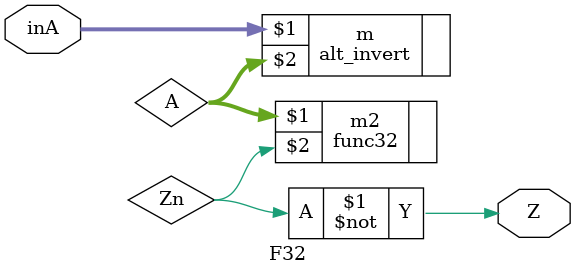
<source format=v>
module F32(inA, Z
	);

	// Assigning ports as in/out
	input [31:0] inA;
	output Z;

	wire [31:0] A;
	alt_invert #(32) m(inA, A);

	wire Zn;
	func32 m2(A, Zn);

	assign Z = ~Zn;

endmodule

</source>
